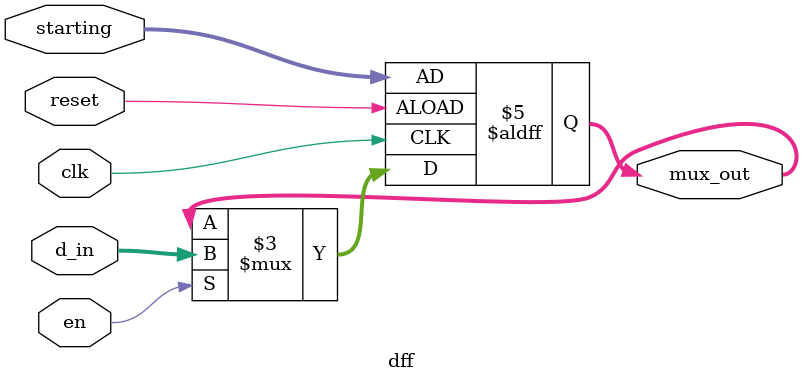
<source format=sv>
import "DPI-C" function void notify_counter_nine_here();

module dff(
    input clk,
    input en,
    input wire [15:0] d_in,
    input [15:0] starting,
    input reset,

    output reg [15:0] mux_out

);
    always @(posedge clk or posedge reset) begin
        if (reset) begin
            mux_out = starting;
        end
        else if(en) begin
            //notify_counter_nine_here();
            mux_out = d_in;
        end
    end
endmodule
</source>
